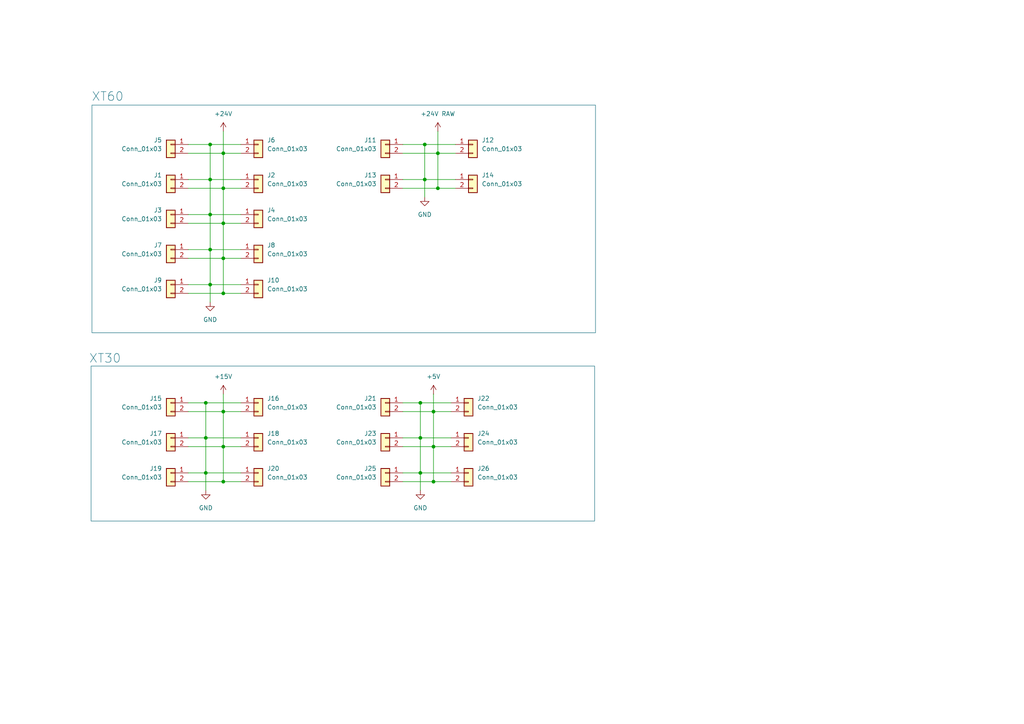
<source format=kicad_sch>
(kicad_sch (version 20231120) (generator "eeschema") (generator_version "8.0")
  (paper "A4")
  (title_block (title "Terminal Block") (rev "1") (company "Xplore") (comment 1 "Pedro Conde"))
  (lib_symbols
    (symbol "Connector_Generic:Conn_01x02" (pin_names (offset 1.016) hide)
      (property "Reference" "J" (at 0 2.54 0))
      (property "Value" "Conn_01x02" (at 0 -5.08 0))
      (symbol "Conn_01x02_1_1"
        (rectangle (start -1.27 -2.413) (end 0 -2.667) (stroke (width 0.1524)))
        (rectangle (start -1.27 0.127) (end 0 -0.127) (stroke (width 0.1524)))
        (rectangle (start -1.27 1.27) (end 1.27 -3.81) (stroke (width 0.254)) (fill (type background)))
        (pin passive line (at -5.08 0 0) (length 3.81) (name "Pin_1") (number "1"))
        (pin passive line (at -5.08 -2.54 0) (length 3.81) (name "Pin_2") (number "2"))
      )
    )
    (symbol "power:+15V" (power) (pin_numbers hide) (pin_names (offset 0) hide)
      (property "Value" "+15V" (at 0 3.556 0))
      (symbol "+15V_0_1"
        (polyline (pts (xy -0.762 1.27) (xy 0 2.54)))
        (polyline (pts (xy 0 0) (xy 0 2.54)))
        (polyline (pts (xy 0 2.54) (xy 0.762 1.27)))
      )
      (symbol "+15V_1_1"
        (pin power_in line (at 0 0 90) (length 0) (name "~") (number "1"))
      )
    )
    (symbol "power:+24V" (power) (pin_numbers hide) (pin_names (offset 0) hide)
      (property "Value" "+24V" (at 0 3.556 0))
      (symbol "+24V_0_1"
        (polyline (pts (xy -0.762 1.27) (xy 0 2.54)))
        (polyline (pts (xy 0 0) (xy 0 2.54)))
        (polyline (pts (xy 0 2.54) (xy 0.762 1.27)))
      )
      (symbol "+24V_1_1"
        (pin power_in line (at 0 0 90) (length 0) (name "~") (number "1"))
      )
    )
    (symbol "power:+5V" (power) (pin_numbers hide) (pin_names (offset 0) hide)
      (property "Value" "+5V" (at 0 3.556 0))
      (symbol "+5V_0_1"
        (polyline (pts (xy -0.762 1.27) (xy 0 2.54)))
        (polyline (pts (xy 0 0) (xy 0 2.54)))
        (polyline (pts (xy 0 2.54) (xy 0.762 1.27)))
      )
      (symbol "+5V_1_1"
        (pin power_in line (at 0 0 90) (length 0) (name "~") (number "1"))
      )
    )
    (symbol "power:GND" (power) (pin_numbers hide) (pin_names (offset 0) hide)
      (property "Value" "GND" (at 0 -3.81 0))
      (symbol "GND_0_1"
        (polyline (pts (xy 0 0) (xy 0 -1.27) (xy 1.27 -1.27) (xy 0 -2.54) (xy -1.27 -1.27) (xy 0 -1.27)))
      )
      (symbol "GND_1_1"
        (pin power_in line (at 0 0 270) (length 0) (name "~") (number "1"))
      )
    )
  )
  (junction (at 59.69 116.84))
  (junction (at 59.69 137.16))
  (junction (at 121.92 116.84))
  (junction (at 60.96 52.07))
  (junction (at 64.77 74.93))
  (junction (at 60.96 72.39))
  (junction (at 64.77 119.38))
  (junction (at 123.19 52.07))
  (junction (at 123.19 41.91))
  (junction (at 125.73 139.7))
  (junction (at 64.77 64.77))
  (junction (at 64.77 129.54))
  (junction (at 59.69 127))
  (junction (at 127 54.61))
  (junction (at 60.96 82.55))
  (junction (at 127 44.45))
  (junction (at 121.92 127))
  (junction (at 125.73 119.38))
  (junction (at 64.77 44.45))
  (junction (at 64.77 54.61))
  (junction (at 60.96 62.23))
  (junction (at 125.73 129.54))
  (junction (at 64.77 139.7))
  (junction (at 64.77 85.09))
  (junction (at 121.92 137.16))
  (junction (at 60.96 41.91))
  (wire (pts (xy 127 54.61) (xy 132.08 54.61)))
  (wire (pts (xy 64.77 64.77) (xy 64.77 54.61)))
  (wire (pts (xy 116.84 116.84) (xy 121.92 116.84)))
  (wire (pts (xy 125.73 114.3) (xy 125.73 119.38)))
  (wire (pts (xy 121.92 127) (xy 130.81 127)))
  (wire (pts (xy 60.96 52.07) (xy 69.85 52.07)))
  (wire (pts (xy 121.92 137.16) (xy 121.92 142.24)))
  (wire (pts (xy 116.84 127) (xy 121.92 127)))
  (wire (pts (xy 125.73 119.38) (xy 125.73 129.54)))
  (wire (pts (xy 54.61 74.93) (xy 64.77 74.93)))
  (wire (pts (xy 59.69 127) (xy 69.85 127)))
  (wire (pts (xy 60.96 82.55) (xy 60.96 87.63)))
  (wire (pts (xy 125.73 139.7) (xy 130.81 139.7)))
  (wire (pts (xy 116.84 44.45) (xy 127 44.45)))
  (wire (pts (xy 60.96 82.55) (xy 54.61 82.55)))
  (wire (pts (xy 54.61 129.54) (xy 64.77 129.54)))
  (wire (pts (xy 59.69 137.16) (xy 54.61 137.16)))
  (wire (pts (xy 59.69 137.16) (xy 59.69 142.24)))
  (wire (pts (xy 60.96 41.91) (xy 69.85 41.91)))
  (wire (pts (xy 59.69 116.84) (xy 59.69 127)))
  (wire (pts (xy 116.84 137.16) (xy 121.92 137.16)))
  (wire (pts (xy 116.84 52.07) (xy 123.19 52.07)))
  (wire (pts (xy 127 44.45) (xy 132.08 44.45)))
  (wire (pts (xy 64.77 74.93) (xy 64.77 64.77)))
  (wire (pts (xy 123.19 52.07) (xy 132.08 52.07)))
  (wire (pts (xy 59.69 137.16) (xy 69.85 137.16)))
  (wire (pts (xy 60.96 41.91) (xy 60.96 52.07)))
  (wire (pts (xy 64.77 38.1) (xy 64.77 44.45)))
  (wire (pts (xy 59.69 116.84) (xy 69.85 116.84)))
  (wire (pts (xy 60.96 72.39) (xy 60.96 82.55)))
  (wire (pts (xy 54.61 54.61) (xy 64.77 54.61)))
  (wire (pts (xy 64.77 54.61) (xy 69.85 54.61)))
  (wire (pts (xy 116.84 119.38) (xy 125.73 119.38)))
  (wire (pts (xy 116.84 54.61) (xy 127 54.61)))
  (wire (pts (xy 125.73 129.54) (xy 125.73 139.7)))
  (wire (pts (xy 127 44.45) (xy 127 54.61)))
  (wire (pts (xy 64.77 129.54) (xy 64.77 119.38)))
  (wire (pts (xy 54.61 139.7) (xy 64.77 139.7)))
  (wire (pts (xy 54.61 62.23) (xy 60.96 62.23)))
  (wire (pts (xy 125.73 129.54) (xy 130.81 129.54)))
  (wire (pts (xy 60.96 52.07) (xy 60.96 62.23)))
  (wire (pts (xy 64.77 85.09) (xy 64.77 74.93)))
  (wire (pts (xy 54.61 127) (xy 59.69 127)))
  (wire (pts (xy 54.61 52.07) (xy 60.96 52.07)))
  (wire (pts (xy 64.77 74.93) (xy 69.85 74.93)))
  (wire (pts (xy 60.96 72.39) (xy 69.85 72.39)))
  (wire (pts (xy 123.19 41.91) (xy 132.08 41.91)))
  (wire (pts (xy 121.92 116.84) (xy 130.81 116.84)))
  (wire (pts (xy 54.61 64.77) (xy 64.77 64.77)))
  (wire (pts (xy 125.73 119.38) (xy 130.81 119.38)))
  (wire (pts (xy 64.77 85.09) (xy 69.85 85.09)))
  (wire (pts (xy 60.96 82.55) (xy 69.85 82.55)))
  (wire (pts (xy 54.61 85.09) (xy 64.77 85.09)))
  (wire (pts (xy 64.77 139.7) (xy 69.85 139.7)))
  (wire (pts (xy 64.77 129.54) (xy 69.85 129.54)))
  (wire (pts (xy 64.77 44.45) (xy 69.85 44.45)))
  (wire (pts (xy 116.84 129.54) (xy 125.73 129.54)))
  (wire (pts (xy 60.96 62.23) (xy 69.85 62.23)))
  (wire (pts (xy 64.77 139.7) (xy 64.77 129.54)))
  (wire (pts (xy 64.77 54.61) (xy 64.77 44.45)))
  (wire (pts (xy 64.77 114.3) (xy 64.77 119.38)))
  (wire (pts (xy 121.92 137.16) (xy 121.92 127)))
  (wire (pts (xy 123.19 52.07) (xy 123.19 41.91)))
  (wire (pts (xy 127 38.1) (xy 127 44.45)))
  (wire (pts (xy 64.77 64.77) (xy 69.85 64.77)))
  (wire (pts (xy 59.69 127) (xy 59.69 137.16)))
  (wire (pts (xy 123.19 41.91) (xy 116.84 41.91)))
  (wire (pts (xy 54.61 119.38) (xy 64.77 119.38)))
  (wire (pts (xy 121.92 127) (xy 121.92 116.84)))
  (wire (pts (xy 54.61 44.45) (xy 64.77 44.45)))
  (wire (pts (xy 54.61 41.91) (xy 60.96 41.91)))
  (wire (pts (xy 59.69 116.84) (xy 54.61 116.84)))
  (wire (pts (xy 64.77 119.38) (xy 69.85 119.38)))
  (wire (pts (xy 130.81 137.16) (xy 121.92 137.16)))
  (wire (pts (xy 60.96 62.23) (xy 60.96 72.39)))
  (wire (pts (xy 123.19 52.07) (xy 123.19 57.15)))
  (wire (pts (xy 116.84 139.7) (xy 125.73 139.7)))
  (wire (pts (xy 54.61 72.39) (xy 60.96 72.39)))
  (rectangle (start 26.67 30.48) (end 172.72 96.52) (stroke (width 0) (color 40 121 137 1)))
  (rectangle (start 26.416 106.172) (end 172.466 151.13) (stroke (width 0) (color 40 121 137 1)))
  (text "XT30" (at 30.48 104.14 0) (effects (font (size 2.54 2.54))))
  (text "XT60\n" (at 31.242 28.194 0) (effects (font (size 2.54 2.54))))
  (symbol (lib_id "power:GND") (at 121.92 142.24 0) (unit 1)
    (property "Reference" "#PWR08" (effects (hide yes)))
    (property "Value" "GND" (at 121.92 147.32 0))
    (property "Description" "Power symbol creates a global label with name \"GND\" , ground" (effects (hide yes)))
  )
  (symbol (lib_id "Connector_Generic:Conn_01x02") (at 111.76 52.07 0) (mirror y) (unit 1)
    (property "Reference" "J13" (at 109.22 50.7999 0) (effects (justify left)))
    (property "Value" "Conn_01x03" (at 109.22 53.3399 0) (effects (justify left)))
    (property "Footprint" "Connector_AMASS:AMASS_XT60-F_1x02_P7.20mm_Vertical" (effects (hide yes)))
    (property "Description" "Generic connector, single row, 01x02, script generated (kicad-library-utils/schlib/autogen/connector/)" (effects (hide yes)))
  )
  (symbol (lib_id "Connector_Generic:Conn_01x02") (at 135.89 127 0) (unit 1)
    (property "Reference" "J24" (at 138.43 125.7299 0) (effects (justify left)))
    (property "Value" "Conn_01x03" (at 138.43 128.2699 0) (effects (justify left)))
    (property "Footprint" "Connector_AMASS:AMASS_XT30UPB-F_1x02_P5.0mm_Vertical" (effects (hide yes)))
    (property "Description" "Generic connector, single row, 01x02, script generated (kicad-library-utils/schlib/autogen/connector/)" (effects (hide yes)))
  )
  (symbol (lib_id "Connector_Generic:Conn_01x02") (at 111.76 137.16 0) (mirror y) (unit 1)
    (property "Reference" "J25" (at 109.22 135.8899 0) (effects (justify left)))
    (property "Value" "Conn_01x03" (at 109.22 138.4299 0) (effects (justify left)))
    (property "Footprint" "Connector_AMASS:AMASS_XT30UPB-F_1x02_P5.0mm_Vertical" (effects (hide yes)))
    (property "Description" "Generic connector, single row, 01x02, script generated (kicad-library-utils/schlib/autogen/connector/)" (effects (hide yes)))
  )
  (symbol (lib_id "Connector_Generic:Conn_01x02") (at 74.93 52.07 0) (unit 1)
    (property "Reference" "J2" (at 77.47 50.7999 0) (effects (justify left)))
    (property "Value" "Conn_01x03" (at 77.47 53.3399 0) (effects (justify left)))
    (property "Footprint" "Connector_AMASS:AMASS_XT60-F_1x02_P7.20mm_Vertical" (effects (hide yes)))
    (property "Description" "Generic connector, single row, 01x02, script generated (kicad-library-utils/schlib/autogen/connector/)" (effects (hide yes)))
  )
  (symbol (lib_id "power:+24V") (at 64.77 38.1 0) (unit 1)
    (property "Reference" "#PWR01" (effects (hide yes)))
    (property "Value" "+24V" (at 64.77 33.02 0))
    (property "Description" "Power symbol creates a global label with name \"+24V\"" (effects (hide yes)))
  )
  (symbol (lib_id "Connector_Generic:Conn_01x02") (at 74.93 62.23 0) (unit 1)
    (property "Reference" "J4" (at 77.47 60.9599 0) (effects (justify left)))
    (property "Value" "Conn_01x03" (at 77.47 63.4999 0) (effects (justify left)))
    (property "Footprint" "Connector_AMASS:AMASS_XT60-F_1x02_P7.20mm_Vertical" (effects (hide yes)))
    (property "Description" "Generic connector, single row, 01x02, script generated (kicad-library-utils/schlib/autogen/connector/)" (effects (hide yes)))
  )
  (symbol (lib_id "Connector_Generic:Conn_01x02") (at 74.93 127 0) (unit 1)
    (property "Reference" "J18" (at 77.47 125.7299 0) (effects (justify left)))
    (property "Value" "Conn_01x03" (at 77.47 128.2699 0) (effects (justify left)))
    (property "Footprint" "Connector_AMASS:AMASS_XT30UPB-F_1x02_P5.0mm_Vertical" (effects (hide yes)))
    (property "Description" "Generic connector, single row, 01x02, script generated (kicad-library-utils/schlib/autogen/connector/)" (effects (hide yes)))
  )
  (symbol (lib_id "Connector_Generic:Conn_01x02") (at 137.16 52.07 0) (unit 1)
    (property "Reference" "J14" (at 139.7 50.7999 0) (effects (justify left)))
    (property "Value" "Conn_01x03" (at 139.7 53.3399 0) (effects (justify left)))
    (property "Footprint" "Connector_AMASS:AMASS_XT60-F_1x02_P7.20mm_Vertical" (effects (hide yes)))
    (property "Description" "Generic connector, single row, 01x02, script generated (kicad-library-utils/schlib/autogen/connector/)" (effects (hide yes)))
  )
  (symbol (lib_id "Connector_Generic:Conn_01x02") (at 49.53 72.39 0) (mirror y) (unit 1)
    (property "Reference" "J7" (at 46.99 71.1199 0) (effects (justify left)))
    (property "Value" "Conn_01x03" (at 46.99 73.6599 0) (effects (justify left)))
    (property "Footprint" "Connector_AMASS:AMASS_XT60-F_1x02_P7.20mm_Vertical" (effects (hide yes)))
    (property "Description" "Generic connector, single row, 01x02, script generated (kicad-library-utils/schlib/autogen/connector/)" (effects (hide yes)))
  )
  (symbol (lib_id "Connector_Generic:Conn_01x02") (at 74.93 116.84 0) (unit 1)
    (property "Reference" "J16" (at 77.47 115.5699 0) (effects (justify left)))
    (property "Value" "Conn_01x03" (at 77.47 118.1099 0) (effects (justify left)))
    (property "Footprint" "Connector_AMASS:AMASS_XT30UPB-F_1x02_P5.0mm_Vertical" (effects (hide yes)))
    (property "Description" "Generic connector, single row, 01x02, script generated (kicad-library-utils/schlib/autogen/connector/)" (effects (hide yes)))
  )
  (symbol (lib_id "Connector_Generic:Conn_01x02") (at 49.53 82.55 0) (mirror y) (unit 1)
    (property "Reference" "J9" (at 46.99 81.2799 0) (effects (justify left)))
    (property "Value" "Conn_01x03" (at 46.99 83.8199 0) (effects (justify left)))
    (property "Footprint" "Connector_AMASS:AMASS_XT60-F_1x02_P7.20mm_Vertical" (effects (hide yes)))
    (property "Description" "Generic connector, single row, 01x02, script generated (kicad-library-utils/schlib/autogen/connector/)" (effects (hide yes)))
  )
  (symbol (lib_id "power:GND") (at 123.19 57.15 0) (unit 1)
    (property "Reference" "#PWR04" (effects (hide yes)))
    (property "Value" "GND" (at 123.19 62.23 0))
    (property "Description" "Power symbol creates a global label with name \"GND\" , ground" (effects (hide yes)))
  )
  (symbol (lib_id "Connector_Generic:Conn_01x02") (at 74.93 72.39 0) (unit 1)
    (property "Reference" "J8" (at 77.47 71.1199 0) (effects (justify left)))
    (property "Value" "Conn_01x03" (at 77.47 73.6599 0) (effects (justify left)))
    (property "Footprint" "Connector_AMASS:AMASS_XT60-F_1x02_P7.20mm_Vertical" (effects (hide yes)))
    (property "Description" "Generic connector, single row, 01x02, script generated (kicad-library-utils/schlib/autogen/connector/)" (effects (hide yes)))
  )
  (symbol (lib_id "Connector_Generic:Conn_01x02") (at 74.93 41.91 0) (unit 1)
    (property "Reference" "J6" (at 77.47 40.6399 0) (effects (justify left)))
    (property "Value" "Conn_01x03" (at 77.47 43.1799 0) (effects (justify left)))
    (property "Footprint" "Connector_AMASS:AMASS_XT60-F_1x02_P7.20mm_Vertical" (effects (hide yes)))
    (property "Description" "Generic connector, single row, 01x02, script generated (kicad-library-utils/schlib/autogen/connector/)" (effects (hide yes)))
  )
  (symbol (lib_id "power:+24V") (at 127 38.1 0) (unit 1)
    (property "Reference" "#PWR03" (effects (hide yes)))
    (property "Value" "+24V RAW" (at 127 33.02 0))
    (property "Description" "Power symbol creates a global label with name \"+24V\"" (effects (hide yes)))
  )
  (symbol (lib_id "Connector_Generic:Conn_01x02") (at 135.89 137.16 0) (unit 1)
    (property "Reference" "J26" (at 138.43 135.8899 0) (effects (justify left)))
    (property "Value" "Conn_01x03" (at 138.43 138.4299 0) (effects (justify left)))
    (property "Footprint" "Connector_AMASS:AMASS_XT30UPB-F_1x02_P5.0mm_Vertical" (effects (hide yes)))
    (property "Description" "Generic connector, single row, 01x02, script generated (kicad-library-utils/schlib/autogen/connector/)" (effects (hide yes)))
  )
  (symbol (lib_id "Connector_Generic:Conn_01x02") (at 111.76 41.91 0) (mirror y) (unit 1)
    (property "Reference" "J11" (at 109.22 40.6399 0) (effects (justify left)))
    (property "Value" "Conn_01x03" (at 109.22 43.1799 0) (effects (justify left)))
    (property "Footprint" "Connector_AMASS:AMASS_XT60-F_1x02_P7.20mm_Vertical" (effects (hide yes)))
    (property "Description" "Generic connector, single row, 01x02, script generated (kicad-library-utils/schlib/autogen/connector/)" (effects (hide yes)))
  )
  (symbol (lib_id "power:+5V") (at 125.73 114.3 0) (unit 1)
    (property "Reference" "#PWR07" (effects (hide yes)))
    (property "Value" "+5V" (at 125.73 109.22 0))
    (property "Description" "Power symbol creates a global label with name \"+5V\"" (effects (hide yes)))
  )
  (symbol (lib_id "Connector_Generic:Conn_01x02") (at 49.53 127 0) (mirror y) (unit 1)
    (property "Reference" "J17" (at 46.99 125.7299 0) (effects (justify left)))
    (property "Value" "Conn_01x03" (at 46.99 128.2699 0) (effects (justify left)))
    (property "Footprint" "Connector_AMASS:AMASS_XT30UPB-F_1x02_P5.0mm_Vertical" (effects (hide yes)))
    (property "Description" "Generic connector, single row, 01x02, script generated (kicad-library-utils/schlib/autogen/connector/)" (effects (hide yes)))
  )
  (symbol (lib_id "Connector_Generic:Conn_01x02") (at 49.53 41.91 0) (mirror y) (unit 1)
    (property "Reference" "J5" (at 46.99 40.6399 0) (effects (justify left)))
    (property "Value" "Conn_01x03" (at 46.99 43.1799 0) (effects (justify left)))
    (property "Footprint" "Connector_AMASS:AMASS_XT60-F_1x02_P7.20mm_Vertical" (effects (hide yes)))
    (property "Description" "Generic connector, single row, 01x02, script generated (kicad-library-utils/schlib/autogen/connector/)" (effects (hide yes)))
  )
  (symbol (lib_id "power:GND") (at 59.69 142.24 0) (unit 1)
    (property "Reference" "#PWR06" (effects (hide yes)))
    (property "Value" "GND" (at 59.69 147.32 0))
    (property "Description" "Power symbol creates a global label with name \"GND\" , ground" (effects (hide yes)))
  )
  (symbol (lib_id "Connector_Generic:Conn_01x02") (at 49.53 52.07 0) (mirror y) (unit 1)
    (property "Reference" "J1" (at 46.99 50.7999 0) (effects (justify left)))
    (property "Value" "Conn_01x03" (at 46.99 53.3399 0) (effects (justify left)))
    (property "Footprint" "Connector_AMASS:AMASS_XT60-F_1x02_P7.20mm_Vertical" (effects (hide yes)))
    (property "Description" "Generic connector, single row, 01x02, script generated (kicad-library-utils/schlib/autogen/connector/)" (effects (hide yes)))
  )
  (symbol (lib_id "Connector_Generic:Conn_01x02") (at 111.76 127 0) (mirror y) (unit 1)
    (property "Reference" "J23" (at 109.22 125.7299 0) (effects (justify left)))
    (property "Value" "Conn_01x03" (at 109.22 128.2699 0) (effects (justify left)))
    (property "Footprint" "Connector_AMASS:AMASS_XT30UPB-F_1x02_P5.0mm_Vertical" (effects (hide yes)))
    (property "Description" "Generic connector, single row, 01x02, script generated (kicad-library-utils/schlib/autogen/connector/)" (effects (hide yes)))
  )
  (symbol (lib_id "Connector_Generic:Conn_01x02") (at 135.89 116.84 0) (unit 1)
    (property "Reference" "J22" (at 138.43 115.5699 0) (effects (justify left)))
    (property "Value" "Conn_01x03" (at 138.43 118.1099 0) (effects (justify left)))
    (property "Footprint" "Connector_AMASS:AMASS_XT30UPB-F_1x02_P5.0mm_Vertical" (effects (hide yes)))
    (property "Description" "Generic connector, single row, 01x02, script generated (kicad-library-utils/schlib/autogen/connector/)" (effects (hide yes)))
  )
  (symbol (lib_id "Connector_Generic:Conn_01x02") (at 111.76 116.84 0) (mirror y) (unit 1)
    (property "Reference" "J21" (at 109.22 115.5699 0) (effects (justify left)))
    (property "Value" "Conn_01x03" (at 109.22 118.1099 0) (effects (justify left)))
    (property "Footprint" "Connector_AMASS:AMASS_XT30UPB-F_1x02_P5.0mm_Vertical" (effects (hide yes)))
    (property "Description" "Generic connector, single row, 01x02, script generated (kicad-library-utils/schlib/autogen/connector/)" (effects (hide yes)))
  )
  (symbol (lib_id "Connector_Generic:Conn_01x02") (at 49.53 116.84 0) (mirror y) (unit 1)
    (property "Reference" "J15" (at 46.99 115.5699 0) (effects (justify left)))
    (property "Value" "Conn_01x03" (at 46.99 118.1099 0) (effects (justify left)))
    (property "Footprint" "Connector_AMASS:AMASS_XT30UPB-F_1x02_P5.0mm_Vertical" (effects (hide yes)))
    (property "Description" "Generic connector, single row, 01x02, script generated (kicad-library-utils/schlib/autogen/connector/)" (effects (hide yes)))
  )
  (symbol (lib_id "power:+15V") (at 64.77 114.3 0) (unit 1)
    (property "Reference" "#PWR05" (effects (hide yes)))
    (property "Value" "+15V" (at 64.77 109.22 0))
    (property "Description" "Power symbol creates a global label with name \"+15V\"" (effects (hide yes)))
  )
  (symbol (lib_id "Connector_Generic:Conn_01x02") (at 49.53 137.16 0) (mirror y) (unit 1)
    (property "Reference" "J19" (at 46.99 135.8899 0) (effects (justify left)))
    (property "Value" "Conn_01x03" (at 46.99 138.4299 0) (effects (justify left)))
    (property "Footprint" "Connector_AMASS:AMASS_XT30UPB-F_1x02_P5.0mm_Vertical" (effects (hide yes)))
    (property "Description" "Generic connector, single row, 01x02, script generated (kicad-library-utils/schlib/autogen/connector/)" (effects (hide yes)))
  )
  (symbol (lib_id "Connector_Generic:Conn_01x02") (at 74.93 82.55 0) (unit 1)
    (property "Reference" "J10" (at 77.47 81.2799 0) (effects (justify left)))
    (property "Value" "Conn_01x03" (at 77.47 83.8199 0) (effects (justify left)))
    (property "Footprint" "Connector_AMASS:AMASS_XT60-F_1x02_P7.20mm_Vertical" (effects (hide yes)))
    (property "Description" "Generic connector, single row, 01x02, script generated (kicad-library-utils/schlib/autogen/connector/)" (effects (hide yes)))
  )
  (symbol (lib_id "Connector_Generic:Conn_01x02") (at 137.16 41.91 0) (unit 1)
    (property "Reference" "J12" (at 139.7 40.6399 0) (effects (justify left)))
    (property "Value" "Conn_01x03" (at 139.7 43.1799 0) (effects (justify left)))
    (property "Footprint" "Connector_AMASS:AMASS_XT60-F_1x02_P7.20mm_Vertical" (effects (hide yes)))
    (property "Description" "Generic connector, single row, 01x02, script generated (kicad-library-utils/schlib/autogen/connector/)" (effects (hide yes)))
  )
  (symbol (lib_id "Connector_Generic:Conn_01x02") (at 49.53 62.23 0) (mirror y) (unit 1)
    (property "Reference" "J3" (at 46.99 60.9599 0) (effects (justify left)))
    (property "Value" "Conn_01x03" (at 46.99 63.4999 0) (effects (justify left)))
    (property "Footprint" "Connector_AMASS:AMASS_XT60-F_1x02_P7.20mm_Vertical" (effects (hide yes)))
    (property "Description" "Generic connector, single row, 01x02, script generated (kicad-library-utils/schlib/autogen/connector/)" (effects (hide yes)))
  )
  (symbol (lib_id "Connector_Generic:Conn_01x02") (at 74.93 137.16 0) (unit 1)
    (property "Reference" "J20" (at 77.47 135.8899 0) (effects (justify left)))
    (property "Value" "Conn_01x03" (at 77.47 138.4299 0) (effects (justify left)))
    (property "Footprint" "Connector_AMASS:AMASS_XT30UPB-F_1x02_P5.0mm_Vertical" (effects (hide yes)))
    (property "Description" "Generic connector, single row, 01x02, script generated (kicad-library-utils/schlib/autogen/connector/)" (effects (hide yes)))
  )
  (symbol (lib_id "power:GND") (at 60.96 87.63 0) (unit 1)
    (property "Reference" "#PWR02" (effects (hide yes)))
    (property "Value" "GND" (at 60.96 92.71 0))
    (property "Description" "Power symbol creates a global label with name \"GND\" , ground" (effects (hide yes)))
  )
)
</source>
